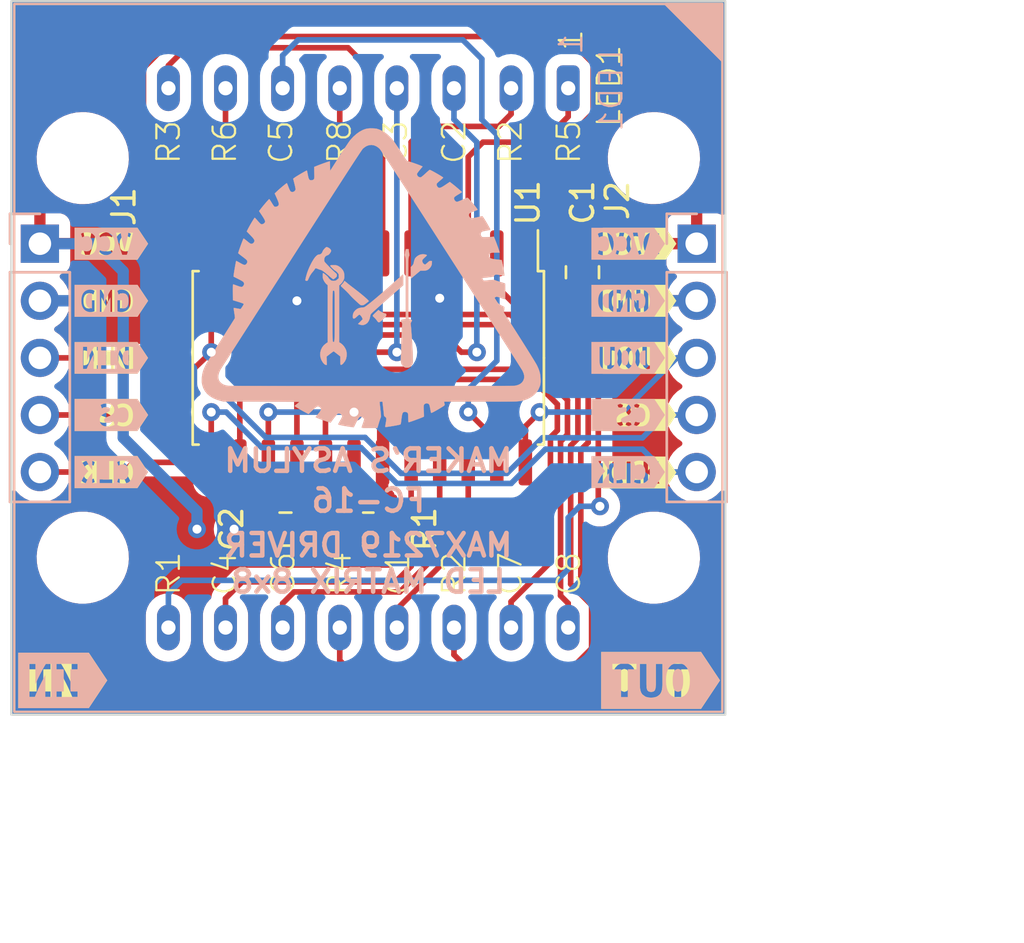
<source format=kicad_pcb>
(kicad_pcb (version 20221018) (generator pcbnew)
  (layers (0 "F.Cu" signal) (31 "B.Cu" signal) (36 "B.SilkS" user "B.Silkscreen") (37 "F.SilkS" user "F.Silkscreen") (38 "B.Mask" user) (39 "F.Mask" user) (44 "Edge.Cuts" user))
  (net 0 "")
  (net 1 "/VCC")
  (net 2 "/GND")
  (net 3 "/DIN")
  (net 4 "/CS")
  (net 5 "/CLK")
  (net 6 "/DOUT")
  (net 7 "/ISET")
  (net 8 "Net-(LED1-R5)")
  (net 9 "Net-(LED1-R7)")
  (net 10 "Net-(LED1-C2)")
  (net 11 "Net-(LED1-C3)")
  (net 12 "Net-(LED1-R8)")
  (net 13 "Net-(LED1-C5)")
  (net 14 "Net-(LED1-R6)")
  (net 15 "Net-(LED1-R3)")
  (net 16 "Net-(LED1-R1)")
  (net 17 "Net-(LED1-C4)")
  (net 18 "Net-(LED1-C6)")
  (net 19 "Net-(LED1-R4)")
  (net 20 "Net-(LED1-C1)")
  (net 21 "Net-(LED1-R2)")
  (net 22 "Net-(LED1-C7)")
  (net 23 "Net-(LED1-C8)")
  (footprint "FC-16:C_0805_2012Metric" (layer "F.Cu") (at 60.325 46.99 -90)
    (fp_text reference "C1" (at -3.1 0 90) (layer "F.SilkS"))
    (fp_text value "10uF")
    (pad "1" smd roundrect (at -0.95 0 270) (size 1 1.45) (layers "F.Cu" "F.Paste" "F.Mask") (net 1 "/VCC"))
    (pad "2" smd roundrect (at 0.95 0 270) (size 1 1.45) (layers "F.Cu" "F.Paste" "F.Mask") (net 2 "/GND"))
  )
  (footprint "FC-16:8x8_LED_M1088ASR" (layer "F.Cu") (at 50.8 50.8 180)
    (fp_text reference "LED1" (at -10.7 12.1 90 unlocked) (layer "F.SilkS") (effects (font (thickness 0.1))))
    (fp_text value "1088AS")
    (fp_text user "${REFERENCE}" (at -10.8 11.9 90 unlocked) (layer "B.SilkS") (effects (font (thickness 0.1)) (justify mirror)))
    (fp_text user "1" (at -9.6 14.5 90 unlocked) (layer "B.SilkS") (effects (font (thickness 0.1)) (justify left bottom mirror)))
    (fp_text user "R3" (at 8.3 9.6 90 unlocked) (layer "F.SilkS") (effects (font (thickness 0.1)) (justify bottom)))
    (fp_text user "C3" (at -1.8 9.6 90 unlocked) (layer "F.SilkS") (effects (font (thickness 0.1)) (justify bottom)))
    (fp_text user "C4" (at 5.8 -9.6 90 unlocked) (layer "F.SilkS") (effects (font (thickness 0.1)) (justify bottom)))
    (fp_text user "R4" (at 0.7 -9.6 90 unlocked) (layer "F.SilkS") (effects (font (thickness 0.1)) (justify bottom)))
    (fp_text user "R5" (at -9.5 9.6 90 unlocked) (layer "F.SilkS") (effects (font (thickness 0.1)) (justify bottom)))
    (fp_text user "C2" (at -4.4 9.6 90 unlocked) (layer "F.SilkS") (effects (font (thickness 0.1)) (justify bottom)))
    (fp_text user "C5" (at 3.3 9.6 90 unlocked) (layer "F.SilkS") (effects (font (thickness 0.1)) (justify bottom)))
    (fp_text user "R6" (at 5.8 9.6 90 unlocked) (layer "F.SilkS") (effects (font (thickness 0.1)) (justify bottom)))
    (fp_text user "R2" (at -6.9 9.6 90 unlocked) (layer "F.SilkS") (effects (font (thickness 0.1)) (justify bottom)))
    (fp_text user "1" (at -9.6 13.6 90 unlocked) (layer "F.SilkS") (effects (font (thickness 0.1)) (justify left bottom)))
    (fp_text user "C8" (at -9.5 -9.6 90 unlocked) (layer "F.SilkS") (effects (font (thickness 0.1)) (justify bottom)))
    (fp_text user "R1" (at 8.3 -9.6 90 unlocked) (layer "F.SilkS") (effects (font (thickness 0.1)) (justify bottom)))
    (fp_text user "R8" (at 0.7 9.6 90 unlocked) (layer "F.SilkS") (effects (font (thickness 0.1)) (justify bottom)))
    (fp_text user "C7" (at -6.9 -9.6 90 unlocked) (layer "F.SilkS") (effects (font (thickness 0.1)) (justify bottom)))
    (fp_text user "C1" (at -1.9 -9.6 90 unlocked) (layer "F.SilkS") (effects (font (thickness 0.1)) (justify bottom)))
    (fp_text user "R2" (at -4.4 -9.6 90 unlocked) (layer "F.SilkS") (effects (font (thickness 0.1)) (justify bottom)))
    (fp_text user "C6" (at 3.2 -9.6 90 unlocked) (layer "F.SilkS") (effects (font (thickness 0.1)) (justify bottom)))
    (pad "1" thru_hole roundrect (at -8.89 12 180) (size 1.016 2.032) (drill 0.635) (layers "*.Cu" "*.Mask") (net 8 "Net-(LED1-R5)"))
    (pad "2" thru_hole oval (at -6.35 12 180) (size 1.016 2.032) (drill 0.635) (layers "*.Cu" "*.Mask") (net 9 "Net-(LED1-R7)"))
    (pad "3" thru_hole oval (at -3.81 12 180) (size 1.016 2.032) (drill 0.635) (layers "*.Cu" "*.Mask") (net 10 "Net-(LED1-C2)"))
    (pad "4" thru_hole oval (at -1.27 12 180) (size 1.016 2.032) (drill 0.635) (layers "*.Cu" "*.Mask") (net 11 "Net-(LED1-C3)"))
    (pad "5" thru_hole oval (at 1.27 12 180) (size 1.016 2.032) (drill 0.635) (layers "*.Cu" "*.Mask") (net 12 "Net-(LED1-R8)"))
    (pad "6" thru_hole oval (at 3.81 12 180) (size 1.016 2.032) (drill 0.635) (layers "*.Cu" "*.Mask") (net 13 "Net-(LED1-C5)"))
    (pad "7" thru_hole oval (at 6.35 12 180) (size 1.016 2.032) (drill 0.635) (layers "*.Cu" "*.Mask") (net 14 "Net-(LED1-R6)"))
    (pad "8" thru_hole oval (at 8.89 12 180) (size 1.016 2.032) (drill 0.635) (layers "*.Cu" "*.Mask") (net 15 "Net-(LED1-R3)"))
    (pad "9" thru_hole oval (at 8.89 -12 180) (size 1.016 2.032) (drill 0.635) (layers "*.Cu" "*.Mask") (net 16 "Net-(LED1-R1)"))
    (pad "10" thru_hole oval (at 6.35 -12 180) (size 1.016 2.032) (drill 0.635) (layers "*.Cu" "*.Mask") (net 17 "Net-(LED1-C4)"))
    (pad "11" thru_hole oval (at 3.81 -12 180) (size 1.016 2.032) (drill 0.635) (layers "*.Cu" "*.Mask") (net 18 "Net-(LED1-C6)"))
    (pad "12" thru_hole oval (at 1.27 -12 180) (size 1.016 2.032) (drill 0.635) (layers "*.Cu" "*.Mask") (net 19 "Net-(LED1-R4)"))
    (pad "13" thru_hole oval (at -1.27 -12 180) (size 1.016 2.032) (drill 0.635) (layers "*.Cu" "*.Mask") (net 20 "Net-(LED1-C1)"))
    (pad "14" thru_hole oval (at -3.81 -12 180) (size 1.016 2.032) (drill 0.635) (layers "*.Cu" "*.Mask") (net 21 "Net-(LED1-R2)"))
    (pad "15" thru_hole oval (at -6.35 -12 180) (size 1.016 2.032) (drill 0.635) (layers "*.Cu" "*.Mask") (net 22 "Net-(LED1-C7)"))
    (pad "16" thru_hole oval (at -8.89 -12 180) (size 1.016 2.032) (drill 0.635) (layers "*.Cu" "*.Mask") (net 23 "Net-(LED1-C8)"))
  )
  (footprint "FC-16:R_0805_2012Metric" (layer "F.Cu") (at 50.8 58.42 180)
    (fp_text reference "R1" (at -2.5 0 90) (layer "F.SilkS"))
    (fp_text value "47k")
    (pad "1" smd roundrect (at -0.9125 0 180) (size 1.025 1.4) (layers "F.Cu" "F.Paste" "F.Mask") (roundrect_rratio 0.243902) (net 1 "/VCC"))
    (pad "2" smd roundrect (at 0.9125 0 180) (size 1.025 1.4) (layers "F.Cu" "F.Paste" "F.Mask") (roundrect_rratio 0.243902) (net 7 "/ISET"))
  )
  (footprint "FC-16:kibuzzard-6458C08C" (layer "F.Cu") (at 62.86574 45.72062)
    (fp_text reference "kibuzzard-6458C08C" hide)
    (fp_text value "G***" hide)
  )
  (footprint "FC-16:kibuzzard-6458C07B" (layer "F.Cu") (at 39.37074 50.80062)
    (fp_text reference "kibuzzard-6458C07B" hide)
    (fp_text value "G***" hide)
  )
  (footprint "FC-16:kibuzzard-6458C097" (layer "F.Cu") (at 62.86574 50.80062)
    (fp_text reference "kibuzzard-6458C097" hide)
    (fp_text value "G***" hide)
  )
  (footprint "FC-16:kibuzzard-6458C09F" (layer "F.Cu") (at 62.86574 53.34062)
    (fp_text reference "kibuzzard-6458C09F" hide)
    (fp_text value "G***" hide)
  )
  (footprint "FC-16:MountingHole_2.1mm" (layer "F.Cu") (at 38.10074 41.91062)
    (fp_text reference "H2" hide)
    (fp_text value "MountingHole" hide)
    (pad "" np_thru_hole circle (at 0 0) (size 2.1 2.1) (drill 2.1) (layers "F&B.Cu" "*.Mask") (clearance 1))
  )
  (footprint "FC-16:kibuzzard-6458C092" (layer "F.Cu") (at 62.86574 48.26062)
    (fp_text reference "kibuzzard-6458C092" hide)
    (fp_text value "G***" hide)
  )
  (footprint "FC-16:kibuzzard-6458BD8D" (layer "F.Cu") (at 63.80074 65.15162)
    (fp_text reference "kibuzzard-6458BD8D" hide)
    (fp_text value "G***" hide)
  )
  (footprint "FC-16:MountingHole_2.1mm" (layer "F.Cu") (at 38.10074 59.69062)
    (fp_text reference "H4" hide)
    (fp_text value "MountingHole" hide)
    (pad "" np_thru_hole circle (at 0 0) (size 2.1 2.1) (drill 2.1) (layers "F&B.Cu" "*.Mask") (clearance 1))
  )
  (footprint "FC-16:MountingHole_2.1mm" (layer "F.Cu") (at 63.50074 59.69062)
    (fp_text reference "H3" hide)
    (fp_text value "MountingHole" hide)
    (pad "" np_thru_hole circle (at 0 0) (size 2.1 2.1) (drill 2.1) (layers "F&B.Cu" "*.Mask") (clearance 1))
  )
  (footprint "FC-16:kibuzzard-6458C0A5" (layer "F.Cu") (at 62.86574 55.90062)
    (fp_text reference "kibuzzard-6458C0A5" hide)
    (fp_text value "G***" hide)
  )
  (footprint "FC-16:SOIC-24W_7.5x15.4mm_P1.27mm" (layer "F.Cu") (at 50.8 50.8 -90)
    (fp_text reference "U1" (at -6.9 -7.1 90) (layer "F.SilkS"))
    (fp_text value "MAX7221xWG")
    (pad "1" smd roundrect (at -4.65 -6.985 270) (size 2.05 0.6) (layers "F.Cu" "F.Paste" "F.Mask") (net 3 "/DIN"))
    (pad "2" smd roundrect (at -4.65 -5.715 270) (size 2.05 0.6) (layers "F.Cu" "F.Paste" "F.Mask") (net 16 "Net-(LED1-R1)"))
    (pad "3" smd roundrect (at -4.65 -4.445 270) (size 2.05 0.6) (layers "F.Cu" "F.Paste" "F.Mask") (net 8 "Net-(LED1-R5)"))
    (pad "4" smd roundrect (at -4.65 -3.175 270) (size 2.05 0.6) (layers "F.Cu" "F.Paste" "F.Mask") (net 2 "/GND"))
    (pad "5" smd roundrect (at -4.65 -1.905 270) (size 2.05 0.6) (layers "F.Cu" "F.Paste" "F.Mask") (net 9 "Net-(LED1-R7)"))
    (pad "6" smd roundrect (at -4.65 -0.635 270) (size 2.05 0.6) (layers "F.Cu" "F.Paste" "F.Mask") (net 15 "Net-(LED1-R3)"))
    (pad "7" smd roundrect (at -4.65 0.635 270) (size 2.05 0.6) (layers "F.Cu" "F.Paste" "F.Mask") (net 19 "Net-(LED1-R4)"))
    (pad "8" smd roundrect (at -4.65 1.905 270) (size 2.05 0.6) (layers "F.Cu" "F.Paste" "F.Mask") (net 12 "Net-(LED1-R8)"))
    (pad "9" smd roundrect (at -4.65 3.175 270) (size 2.05 0.6) (layers "F.Cu" "F.Paste" "F.Mask") (net 2 "/GND"))
    (pad "10" smd roundrect (at -4.65 4.445 270) (size 2.05 0.6) (layers "F.Cu" "F.Paste" "F.Mask") (net 14 "Net-(LED1-R6)"))
    (pad "11" smd roundrect (at -4.65 5.715 270) (size 2.05 0.6) (layers "F.Cu" "F.Paste" "F.Mask") (net 21 "Net-(LED1-R2)"))
    (pad "12" smd roundrect (at -4.65 6.985 270) (size 2.05 0.6) (layers "F.Cu" "F.Paste" "F.Mask") (net 4 "/CS"))
    (pad "13" smd roundrect (at 4.65 6.985 270) (size 2.05 0.6) (layers "F.Cu" "F.Paste" "F.Mask") (net 5 "/CLK"))
    (pad "14" smd roundrect (at 4.65 5.715 270) (size 2.05 0.6) (layers "F.Cu" "F.Paste" "F.Mask") (net 10 "Net-(LED1-C2)"))
    (pad "15" smd roundrect (at 4.65 4.445 270) (size 2.05 0.6) (layers "F.Cu" "F.Paste" "F.Mask") (net 22 "Net-(LED1-C7)"))
    (pad "16" smd roundrect (at 4.65 3.175 270) (size 2.05 0.6) (layers "F.Cu" "F.Paste" "F.Mask") (net 11 "Net-(LED1-C3)"))
    (pad "17" smd roundrect (at 4.65 1.905 270) (size 2.05 0.6) (layers "F.Cu" "F.Paste" "F.Mask") (net 23 "Net-(LED1-C8)"))
    (pad "18" smd roundrect (at 4.65 0.635 270) (size 2.05 0.6) (layers "F.Cu" "F.Paste" "F.Mask") (net 7 "/ISET"))
    (pad "19" smd roundrect (at 4.65 -0.635 270) (size 2.05 0.6) (layers "F.Cu" "F.Paste" "F.Mask") (net 1 "/VCC"))
    (pad "20" smd roundrect (at 4.65 -1.905 270) (size 2.05 0.6) (layers "F.Cu" "F.Paste" "F.Mask") (net 17 "Net-(LED1-C4)"))
    (pad "21" smd roundrect (at 4.65 -3.175 270) (size 2.05 0.6) (layers "F.Cu" "F.Paste" "F.Mask") (net 18 "Net-(LED1-C6)"))
    (pad "22" smd roundrect (at 4.65 -4.445 270) (size 2.05 0.6) (layers "F.Cu" "F.Paste" "F.Mask") (net 20 "Net-(LED1-C1)"))
    (pad "23" smd roundrect (at 4.65 -5.715 270) (size 2.05 0.6) (layers "F.Cu" "F.Paste" "F.Mask") (net 13 "Net-(LED1-C5)"))
    (pad "24" smd roundrect (at 4.65 -6.985 270) (size 2.05 0.6) (layers "F.Cu" "F.Paste" "F.Mask") (net 6 "/DOUT"))
  )
  (footprint "FC-16:kibuzzard-6458C067" (layer "F.Cu") (at 39.37074 45.72062)
    (fp_text reference "kibuzzard-6458C067" hide)
    (fp_text value "G***" hide)
  )
  (footprint "FC-16:kibuzzard-6458C083" (layer "F.Cu") (at 39.37074 55.88062)
    (fp_text reference "kibuzzard-6458C083" hide)
    (fp_text value "G***" hide)
  )
  (footprint "FC-16:MountingHole_2.1mm" (layer "F.Cu") (at 63.50074 41.91062)
    (fp_text reference "H1" hide)
    (fp_text value "MountingHole" hide)
    (pad "" np_thru_hole circle (at 0 0) (size 2.1 2.1) (drill 2.1) (layers "F&B.Cu" "*.Mask") (clearance 1))
  )
  (footprint "FC-16:kibuzzard-6458C074" (layer "F.Cu") (at 39.37074 48.26062)
    (fp_text reference "kibuzzard-6458C074" hide)
    (fp_text value "G***" hide)
  )
  (footprint "FC-16:kibuzzard-6458C03B" (layer "F.Cu") (at 39.37074 53.34062)
    (fp_text reference "kibuzzard-6458C03B" hide)
    (fp_text value "G***" hide)
  )
  (footprint "FC-16:kibuzzard-6458BD81" (layer "F.Cu") (at 37.21174 65.15162)
    (fp_text reference "kibuzzard-6458BD81" hide)
    (fp_text value "G***" hide)
  )
  (footprint "FC-16:C_0805_2012Metric" (layer "F.Cu") (at 47.117 58.42 180)
    (fp_text reference "C2" (at 2.4 0 90) (layer "F.SilkS"))
    (fp_text value "100nF")
    (pad "1" smd roundrect (at -0.95 0 180) (size 1 1.45) (layers "F.Cu" "F.Paste" "F.Mask") (net 1 "/VCC"))
    (pad "2" smd roundrect (at 0.95 0 180) (size 1 1.45) (layers "F.Cu" "F.Paste" "F.Mask") (net 2 "/GND"))
  )
  (footprint "FC-16:PinSocket_1x05_P2.54mm_Vertical" (layer "B.Cu") (at 36.195 45.72 180)
    (fp_text reference "J1" (at -3.73 1.65 90) (layer "F.SilkS"))
    (fp_text value "DIN")
    (pad "1" thru_hole rect (at 0 0 180) (size 1.7 1.7) (drill 1) (layers "*.Cu" "*.Mask") (net 1 "/VCC"))
    (pad "2" thru_hole oval (at 0 -2.54 180) (size 1.7 1.7) (drill 1) (layers "*.Cu" "*.Mask") (net 2 "/GND"))
    (pad "3" thru_hole oval (at 0 -5.08 180) (size 1.7 1.7) (drill 1) (layers "*.Cu" "*.Mask") (net 3 "/DIN"))
    (pad "4" thru_hole oval (at 0 -7.62 180) (size 1.7 1.7) (drill 1) (layers "*.Cu" "*.Mask") (net 4 "/CS"))
    (pad "5" thru_hole oval (at 0 -10.16 180) (size 1.7 1.7) (drill 1) (layers "*.Cu" "*.Mask") (net 5 "/CLK"))
  )
  (footprint "FC-16:kibuzzard-6458C17F" (layer "B.Cu") (at 37.21174 65.15162 180)
    (fp_text reference "kibuzzard-6458C17F" hide)
    (fp_text value "G***" hide)
  )
  (footprint "FC-16:kibuzzard-6458C1F6" (layer "B.Cu") (at 39.37074 48.26062 180)
    (fp_text reference "kibuzzard-6458C1F6" hide)
    (fp_text value "G***" hide)
  )
  (footprint "FC-16:kibuzzard-6458C1FE" (layer "B.Cu") (at 39.37074 45.72 180)
    (fp_text reference "kibuzzard-6458C1FE" hide)
    (fp_text value "G***" hide)
  )
  (footprint "FC-16:kibuzzard-6458C1A5" (layer "B.Cu") (at 62.35774 45.72 180)
    (fp_text reference "kibuzzard-6458C1A5" hide)
    (fp_text value "G***" hide)
  )
  (footprint "FC-16:kibuzzard-6458C1DE" (layer "B.Cu") (at 39.37074 55.88062 180)
    (fp_text reference "kibuzzard-6458C1DE" hide)
    (fp_text value "G***" hide)
  )
  (footprint "FC-16:kibuzzard-6458C1CB" (layer "B.Cu") (at 62.35774 53.34062 180)
    (fp_text reference "kibuzzard-6458C1CB" hide)
    (fp_text value "G***" hide)
  )
  (footprint "FC-16:kibuzzard-6458C1BA" (layer "B.Cu") (at 62.35774 48.26062 180)
    (fp_text reference "kibuzzard-6458C1BA" hide)
    (fp_text value "G***" hide)
  )
  (footprint "FC-16:kibuzzard-6458C1D4" (layer "B.Cu") (at 62.35774 55.88062 180)
    (fp_text reference "kibuzzard-6458C1D4" hide)
    (fp_text value "G***" hide)
  )
  (footprint "FC-16:kibuzzard-6458C1EF" (layer "B.Cu") (at 39.37074 50.80062 180)
    (fp_text reference "kibuzzard-6458C1EF" hide)
    (fp_text value "G***" hide)
  )
  (footprint "FC-16:kibuzzard-6458C228" (layer "B.Cu") (at 62.35774 50.80062 180)
    (fp_text reference "kibuzzard-6458C228" hide)
    (fp_text value "G***" hide)
  )
  (footprint "FC-16:PinSocket_1x05_P2.54mm_Vertical" (layer "B.Cu") (at 65.405 45.72 180)
    (fp_text reference "J2" (at 3.53 1.92 90) (layer "F.SilkS"))
    (fp_text value "DOUT")
    (pad "1" thru_hole rect (at 0 0 180) (size 1.7 1.7) (drill 1) (layers "*.Cu" "*.Mask") (net 1 "/VCC"))
    (pad "2" thru_hole oval (at 0 -2.54 180) (size 1.7 1.7) (drill 1) (layers "*.Cu" "*.Mask") (net 2 "/GND"))
    (pad "3" thru_hole oval (at 0 -5.08 180) (size 1.7 1.7) (drill 1) (layers "*.Cu" "*.Mask") (net 6 "/DOUT"))
    (pad "4" thru_hole oval (at 0 -7.62 180) (size 1.7 1.7) (drill 1) (layers "*.Cu" "*.Mask") (net 4 "/CS"))
    (pad "5" thru_hole oval (at 0 -10.16 180) (size 1.7 1.7) (drill 1) (layers "*.Cu" "*.Mask") (net 5 "/CLK"))
  )
  (footprint "FC-16:MA_LOGO" (layer "B.Cu") (at 50.92774 47.24462 180)
    (fp_text reference "G***" hide)
    (fp_text value "MA_LOGO" hide)
  )
  (footprint "FC-16:kibuzzard-6458C190" (layer "B.Cu") (at 63.80074 65.15162 180)
    (fp_text reference "kibuzzard-6458C190" hide)
    (fp_text value "G***" hide)
  )
  (footprint "FC-16:kibuzzard-6458C1E6" (layer "B.Cu") (at 39.37074 53.34062 180)
    (fp_text reference "kibuzzard-6458C1E6" hide)
    (fp_text value "G***" hide)
  )
  (gr_rect (start 34.925 34.925) (end 66.675 66.675) (stroke (width 0.1)) (fill none) (layer "Edge.Cuts"))
  (gr_text "MAX7219 DRIVER\nLED MATRIX 8x8" (at 50.80074 59.94462) (layer "B.SilkS") (effects (font (size 1 1) (thickness 0.2) bold) (justify mirror)))
  (gr_text "MAKER'S ASYLUM" (at 50.80074 55.37262) (layer "B.SilkS") (effects (font (size 1 1) (thickness 0.2) bold) (justify mirror)))
  (gr_text "FC-16" (at 50.80074 57.15062) (layer "B.SilkS") (effects (font (size 1 1) (thickness 0.2) bold) (justify mirror)))
  (segment (start 43.18074 59.30962) (end 43.72174 59.85062) (width 0.5) (layer "F.Cu") (net 1))
  (segment (start 40.25974 65.27862) (end 41.18174 66.20062) (width 0.5) (layer "F.Cu") (net 1))
  (segment (start 43.18074 58.42062) (end 43.18074 59.30962) (width 0.5) (layer "F.Cu") (net 1))
  (segment (start 43.18074 58.42062) (end 41.83454 58.42062) (width 0.5) (layer "F.Cu") (net 1))
  (segment (start 40.25974 61.34162) (end 40.25974 65.27862) (width 0.5) (layer "F.Cu") (net 1))
  (segment (start 60.325 46.04) (end 60.325 41.75336) (width 0.5) (layer "F.Cu") (net 1))
  (segment (start 60.325 41.75336) (end 61.72274 40.35562) (width 0.5) (layer "F.Cu") (net 1))
  (segment (start 48.067 59.78388) (end 48.13374 59.85062) (width 0.5) (layer "F.Cu") (net 1))
  (segment (start 51.7125 59.41386) (end 51.7125 58.42) (width 0.5) (layer "F.Cu") (net 1))
  (segment (start 51.7125 56.91938) (end 51.7125 58.42) (width 0.5) (layer "F.Cu") (net 1))
  (segment (start 59.16136 46.04) (end 60.325 46.04) (width 0.5) (layer "F.Cu") (net 1))
  (segment (start 43.72174 59.85062) (end 48.13374 59.85062) (width 0.5) (layer "F.Cu") (net 1))
  (segment (start 41.83454 58.42062) (end 41.14874 59.10642) (width 0.5) (layer "F.Cu") (net 1))
  (segment (start 39.62474 40.05642) (end 40.64074 41.07242) (width 0.5) (layer "F.Cu") (net 1))
  (segment (start 41.14874 59.10642) (end 41.14874 60.45262) (width 0.5) (layer "F.Cu") (net 1))
  (segment (start 60.03374 35.43362) (end 41.76774 35.43362) (width 0.5) (layer "F.Cu") (net 1))
  (segment (start 51.27574 59.85062) (end 51.7125 59.41386) (width 0.5) (layer "F.Cu") (net 1))
  (segment (start 60.90234 66.20062) (end 66.06614 61.03682) (width 0.5) (layer "F.Cu") (net 1))
  (segment (start 41.14874 60.45262) (end 40.25974 61.34162) (width 0.5) (layer "F.Cu") (net 1))
  (segment (start 48.13374 59.85062) (end 51.27574 59.85062) (width 0.5) (layer "F.Cu") (net 1))
  (segment (start 40.64074 43.81562) (end 38.73636 45.72) (width 0.5) (layer "F.Cu") (net 1))
  (segment (start 61.96404 49.39092) (end 59.55104 49.39092) (width 0.5) (layer "F.Cu") (net 1))
  (segment (start 41.18174 66.20062) (end 60.90234 66.20062) (width 0.5) (layer "F.Cu") (net 1))
  (segment (start 38.73636 45.72) (end 36.195 45.72) (width 0.5) (layer "F.Cu") (net 1))
  (segment (start 51.435 56.64188) (end 51.7125 56.91938) (width 0.5) (layer "F.Cu") (net 1))
  (segment (start 40.64074 41.07242) (end 40.64074 43.81562) (width 0.5) (layer "F.Cu") (net 1))
  (segment (start 61.72274 37.12262) (end 60.03374 35.43362) (width 0.5) (layer "F.Cu") (net 1))
  (segment (start 48.067 58.42) (end 48.067 59.78388) (width 0.5) (layer "F.Cu") (net 1))
  (segment (start 66.06614 61.03682) (end 66.06614 58.87782) (width 0.5) (layer "F.Cu") (net 1))
  (segment (start 65.405 45.72) (end 62.48536 45.72) (width 0.5) (layer "F.Cu") (net 1))
  (segment (start 66.06614 58.87782) (end 63.09434 55.90602) (width 0.5) (layer "F.Cu") (net 1))
  (segment (start 61.72274 40.35562) (end 61.72274 37.12262) (width 0.5) (layer "F.Cu") (net 1))
  (segment (start 51.435 55.45) (end 51.435 56.64188) (width 0.5) (layer "F.Cu") (net 1))
  (segment (start 59.55104 49.39092) (end 58.80074 48.64062) (width 0.5) (layer "F.Cu") (net 1))
  (segment (start 62.48536 45.72) (end 62.16536 46.04) (width 0.5) (layer "F.Cu") (net 1))
  (segment (start 63.09434 55.90602) (end 63.09434 50.52122) (width 0.5) (layer "F.Cu") (net 1))
  (segment (start 58.80074 48.64062) (end 58.80074 46.40062) (width 0.5) (layer "F.Cu") (net 1))
  (segment (start 58.80074 46.40062) (end 59.16136 46.04) (width 0.5) (layer "F.Cu") (net 1))
  (segment (start 62.16536 46.04) (end 60.325 46.04) (width 0.5) (layer "F.Cu") (net 1))
  (segment (start 39.62474 37.57662) (end 39.62474 40.05642) (width 0.5) (layer "F.Cu") (net 1))
  (segment (start 63.09434 50.52122) (end 61.96404 49.39092) (width 0.5) (layer "F.Cu") (net 1))
  (segment (start 41.76774 35.43362) (end 39.62474 37.57662) (width 0.5) (layer "F.Cu") (net 1))
  (via (at 43.18074 58.42062) (size 0.8) (drill 0.4) (layers "F.Cu" "B.Cu") (net 1))
  (segment (start 39.90074 54.35062) (end 39.90074 46.95062) (width 0.5) (layer "B.Cu") (net 1))
  (segment (start 39.90074 46.95062) (end 38.67012 45.72) (width 0.5) (layer "B.Cu") (net 1))
  (segment (start 38.67012 45.72) (end 36.195 45.72) (width 0.5) (layer "B.Cu") (net 1))
  (segment (start 43.18074 58.42062) (end 43.18074 57.63062) (width 0.5) (layer "B.Cu") (net 1))
  (segment (start 43.18074 57.63062) (end 39.90074 54.35062) (width 0.5) (layer "B.Cu") (net 1))
  (segment (start 53.975 46.15) (end 53.975 48.14538) (width 0.5) (layer "F.Cu") (net 2))
  (segment (start 46.167 58.42) (end 44.83236 58.42) (width 0.5) (layer "F.Cu") (net 2))
  (segment (start 47.625 48.25988) (end 47.62574 48.26062) (width 0.5) (layer "F.Cu") (net 2))
  (segment (start 44.83236 58.42) (end 44.83174 58.42062) (width 0.5) (layer "F.Cu") (net 2))
  (segment (start 53.975 48.14538) (end 53.97574 48.14612) (width 0.5) (layer "F.Cu") (net 2))
  (segment (start 47.625 46.15) (end 47.625 48.25988) (width 0.5) (layer "F.Cu") (net 2))
  (segment (start 62.16412 47.94) (end 60.325 47.94) (width 0.5) (layer "F.Cu") (net 2))
  (segment (start 65.405 48.26) (end 62.48412 48.26) (width 0.5) (layer "F.Cu") (net 2))
  (segment (start 62.48412 48.26) (end 62.16412 47.94) (width 0.5) (layer "F.Cu") (net 2))
  (via (at 53.97574 48.14612) (size 0.8) (drill 0.4) (layers "F.Cu" "B.Cu") (net 2))
  (via (at 44.83174 58.42062) (size 0.8) (drill 0.4) (layers "F.Cu" "B.Cu") (net 2))
  (via (at 47.62574 48.26062) (size 0.8) (drill 0.4) (layers "F.Cu" "B.Cu") (net 2))
  (segment (start 38.52574 56.17862) (end 38.52574 49.10562) (width 0.5) (layer "B.Cu") (net 2))
  (segment (start 44.83174 59.26962) (end 44.30074 59.80062) (width 0.5) (layer "B.Cu") (net 2))
  (segment (start 40.38674 39.87862) (end 40.38674 36.57662) (width 0.5) (layer "B.Cu") (net 2))
  (segment (start 46.70074 41.07562) (end 41.58374 41.07562) (width 0.5) (layer "B.Cu") (net 2))
  (segment (start 44.83174 56.68162) (end 41.60074 53.45062) (width 0.5) (layer "B.Cu") (net 2))
  (segment (start 44.30074 59.80062) (end 42.14774 59.80062) (width 0.5) (layer "B.Cu") (net 2))
  (segment (start 47.36574 48.00062) (end 47.62574 48.26062) (width 0.5) (layer "B.Cu") (net 2))
  (segment (start 42.14774 59.80062) (end 38.52574 56.17862) (width 0.5) (layer "B.Cu") (net 2))
  (segment (start 41.14874 35.81462) (end 60.11474 35.81462) (width 0.5) (layer "B.Cu") (net 2))
  (segment (start 60.11474 35.81462) (end 60.96074 36.66062) (width 0.5) (layer "B.Cu") (net 2))
  (segment (start 47.62574 51.00062) (end 47.62574 48.26062) (width 0.5) (layer "B.Cu") (net 2))
  (segment (start 53.97574 51.17562) (end 53.32574 51.82562) (width 0.5) (layer "B.Cu") (net 2))
  (segment (start 36.195 48.26) (end 37.68012 48.26) (width 0.5) (layer "B.Cu") (net 2))
  (segment (start 62.36012 48.26) (end 65.405 48.26) (width 0.5) (layer "B.Cu") (net 2))
  (segment (start 41.60074 48.80062) (end 42.40074 48.00062) (width 0.5) (layer "B.Cu") (net 2))
  (segment (start 60.96074 36.66062) (end 60.96074 46.86062) (width 0.5) (layer "B.Cu") (net 2))
  (segment (start 47.62574 42.00062) (end 46.70074 41.07562) (width 0.5) (layer "B.Cu") (net 2))
  (segment (start 47.62574 48.26062) (end 47.62574 42.00062) (width 0.5) (layer "B.Cu") (net 2))
  (segment (start 41.58374 41.07562) (end 40.38674 39.87862) (width 0.5) (layer "B.Cu") (net 2))
  (segment (start 60.96074 46.86062) (end 62.36012 48.26) (width 0.5) (layer "B.Cu") (net 2))
  (segment (start 40.38674 36.57662) (end 41.14874 35.81462) (width 0.5) (layer "B.Cu") (net 2))
  (segment (start 42.40074 48.00062) (end 47.36574 48.00062) (width 0.5) (layer "B.Cu") (net 2))
  (segment (start 53.32574 51.82562) (end 48.45074 51.82562) (width 0.5) (layer "B.Cu") (net 2))
  (segment (start 41.60074 53.45062) (end 41.60074 48.80062) (width 0.5) (layer "B.Cu") (net 2))
  (segment (start 44.83174 58.42062) (end 44.83174 59.26962) (width 0.5) (layer "B.Cu") (net 2))
  (segment (start 44.83174 58.42062) (end 44.83174 56.68162) (width 0.5) (layer "B.Cu") (net 2))
  (segment (start 48.45074 51.82562) (end 47.62574 51.00062) (width 0.5) (layer "B.Cu") (net 2))
  (segment (start 53.97574 48.14612) (end 53.97574 51.17562) (width 0.5) (layer "B.Cu") (net 2))
  (segment (start 37.68012 48.26) (end 38.52574 49.10562) (width 0.5) (layer "B.Cu") (net 2))
  (segment (start 36.195 50.8) (end 41.80136 50.8) (width 0.25) (layer "F.Cu") (net 3))
  (segment (start 57.785 42.91636) (end 60.80074 39.90062) (width 0.25) (layer "F.Cu") (net 3))
  (segment (start 40.80074 37.90062) (end 40.80074 39.80062) (width 0.25) (layer "F.Cu") (net 3))
  (segment (start 57.785 46.15) (end 57.785 42.91636) (width 0.25) (layer "F.Cu") (net 3))
  (segment (start 60.80074 37.70062) (end 59.60074 36.50062) (width 0.25) (layer "F.Cu") (net 3))
  (segment (start 60.80074 39.90062) (end 60.80074 37.70062) (width 0.25) (layer "F.Cu") (net 3))
  (segment (start 40.80074 39.80062) (end 42.50074 41.50062) (width 0.25) (layer "F.Cu") (net 3))
  (segment (start 59.60074 36.50062) (end 42.20074 36.50062) (width 0.25) (layer "F.Cu") (net 3))
  (segment (start 42.50074 41.50062) (end 42.50074 50.10062) (width 0.25) (layer "F.Cu") (net 3))
  (segment (start 42.20074 36.50062) (end 40.80074 37.90062) (width 0.25) (layer "F.Cu") (net 3))
  (segment (start 41.80136 50.8) (end 42.50074 50.10062) (width 0.25) (layer "F.Cu") (net 3))
  (segment (start 43.81574 50.54662) (end 43.815 50.29188) (width 0.25) (layer "F.Cu") (net 4))
  (segment (start 40.87636 53.34) (end 36.195 53.34) (width 0.25) (layer "F.Cu") (net 4))
  (segment (start 43.815 50.29188) (end 43.815 46.15) (width 0.25) (layer "F.Cu") (net 4))
  (segment (start 43.81574 50.54662) (end 40.87636 53.34) (width 0.25) (layer "F.Cu") (net 4))
  (via (at 43.81574 50.54662) (size 0.8) (drill 0.4) (layers "F.Cu" "B.Cu") (net 4))
  (segment (start 50.65724 54.34012) (end 46.24524 54.34012) (width 0.25) (layer "B.Cu") (net 4))
  (segment (start 46.24524 54.34012) (end 43.81574 51.91062) (width 0.25) (layer "B.Cu") (net 4))
  (segment (start 64.00874 53.34062) (end 62.99274 54.35662) (width 0.25) (layer "B.Cu") (net 4))
  (segment (start 52.25574 55.93862) (end 50.65724 54.34012) (width 0.25) (layer "B.Cu") (net 4))
  (segment (start 65.40438 53.34062) (end 64.00874 53.34062) (width 0.25) (layer "B.Cu") (net 4))
  (segment (start 43.81574 51.91062) (end 43.81574 50.54662) (width 0.25) (layer "B.Cu") (net 4))
  (segment (start 58.54774 54.35662) (end 56.96574 55.93862) (width 0.25) (layer "B.Cu") (net 4))
  (segment (start 62.99274 54.35662) (end 58.54774 54.35662) (width 0.25) (layer "B.Cu") (net 4))
  (segment (start 56.96574 55.93862) (end 52.25574 55.93862) (width 0.25) (layer "B.Cu") (net 4))
  (segment (start 36.195 55.88) (end 39.92136 55.88) (width 0.25) (layer "F.Cu") (net 5))
  (segment (start 43.815 55.45) (end 40.35136 55.45) (width 0.25) (layer "F.Cu") (net 5))
  (segment (start 43.815 55.45) (end 43.815 53.21436) (width 0.25) (layer "F.Cu") (net 5))
  (segment (start 43.815 53.21436) (end 43.81574 53.21362) (width 0.25) (layer "F.Cu") (net 5))
  (segment (start 40.35136 55.45) (end 39.92136 55.88) (width 0.25) (layer "F.Cu") (net 5))
  (via (at 43.81574 53.21362) (size 0.8) (drill 0.4) (layers "F.Cu" "B.Cu") (net 5))
  (segment (start 46.058844 54.79012) (end 44.482344 53.21362) (width 0.25) (layer "B.Cu") (net 5))
  (segment (start 62.99274 54.86462) (end 58.676136 54.86462) (width 0.25) (layer "B.Cu") (net 5))
  (segment (start 58.676136 54.86462) (end 57.152136 56.38862) (width 0.25) (layer "B.Cu") (net 5))
  (segment (start 64.00812 55.88) (end 62.99274 54.86462) (width 0.25) (layer "B.Cu") (net 5))
  (segment (start 57.152136 56.38862) (end 52.069344 56.38862) (width 0.25) (layer "B.Cu") (net 5))
  (segment (start 44.482344 53.21362) (end 43.81574 53.21362) (width 0.25) (layer "B.Cu") (net 5))
  (segment (start 52.069344 56.38862) (end 50.470844 54.79012) (width 0.25) (layer "B.Cu") (net 5))
  (segment (start 50.470844 54.79012) (end 46.058844 54.79012) (width 0.25) (layer "B.Cu") (net 5))
  (segment (start 65.405 55.88) (end 64.00812 55.88) (width 0.25) (layer "B.Cu") (net 5))
  (segment (start 58.42074 53.21362) (end 57.785 53.84936) (width 0.25) (layer "F.Cu") (net 6))
  (segment (start 57.785 53.84936) (end 57.785 55.45) (width 0.25) (layer "F.Cu") (net 6))
  (via (at 58.42074 53.21362) (size 0.8) (drill 0.4) (layers "F.Cu" "B.Cu") (net 6))
  (segment (start 64.51736 50.8) (end 62.10374 53.21362) (width 0.25) (layer "B.Cu") (net 6))
  (segment (start 65.405 50.8) (end 64.51736 50.8) (width 0.25) (layer "B.Cu") (net 6))
  (segment (start 62.10374 53.21362) (end 58.42074 53.21362) (width 0.25) (layer "B.Cu") (net 6))
  (segment (start 50.165 56.77036) (end 49.8875 57.04786) (width 0.25) (layer "F.Cu") (net 7))
  (segment (start 49.8875 57.04786) (end 49.8875 58.42) (width 0.25) (layer "F.Cu") (net 7))
  (segment (start 50.165 55.45) (end 50.165 56.77036) (width 0.25) (layer "F.Cu") (net 7))
  (segment (start 59.69 38.8) (end 59.69 40.06136) (width 0.25) (layer "F.Cu") (net 8))
  (segment (start 59.69 40.06136) (end 58.55074 41.20062) (width 0.25) (layer "F.Cu") (net 8))
  (segment (start 55.90074 41.20062) (end 58.55074 41.20062) (width 0.25) (layer "F.Cu") (net 8))
  (segment (start 55.245 41.85636) (end 55.90074 41.20062) (width 0.25) (layer "F.Cu") (net 8))
  (segment (start 55.245 46.15) (end 55.245 41.85636) (width 0.25) (layer "F.Cu") (net 8))
  (segment (start 57.15 38.8) (end 57.15 39.95136) (width 0.25) (layer "F.Cu") (net 9))
  (segment (start 53.40074 40.50062) (end 56.60074 40.50062) (width 0.25) (layer "F.Cu") (net 9))
  (segment (start 52.705 41.19636) (end 53.40074 40.50062) (width 0.25) (layer "F.Cu") (net 9))
  (segment (start 52.705 46.15) (end 52.705 41.19636) (width 0.25) (layer "F.Cu") (net 9))
  (segment (start 57.15 39.95136) (end 56.60074 40.50062) (width 0.25) (layer "F.Cu") (net 9))
  (segment (start 54.17474 49.78062) (end 46.47074 49.78062) (width 0.25) (layer "F.Cu") (net 10))
  (segment (start 55.62674 50.54662) (end 54.94074 50.54662) (width 0.25) (layer "F.Cu") (net 10))
  (segment (start 45.08574 51.16562) (end 45.08574 55.45062) (width 0.25) (layer "F.Cu") (net 10))
  (segment (start 54.94074 50.54662) (end 54.17474 49.78062) (width 0.25) (layer "F.Cu") (net 10))
  (segment (start 46.47074 49.78062) (end 45.08574 51.16562) (width 0.25) (layer "F.Cu") (net 10))
  (via (at 55.62674 50.54662) (size 0.8) (drill 0.4) (layers "F.Cu" "B.Cu") (net 10))
  (segment (start 54.61 40.18638) (end 54.61 38.8) (width 0.25) (layer "B.Cu") (net 10))
  (segment (start 55.62674 41.20312) (end 54.61 40.18638) (width 0.25) (layer "B.Cu") (net 10))
  (segment (start 55.62674 50.54662) (end 55.62674 41.20312) (width 0.25) (layer "B.Cu") (net 10))
  (segment (start 47.625 51.92636) (end 49.00474 50.54662) (width 0.25) (layer "F.Cu") (net 11))
  (segment (start 47.625 55.45) (end 47.625 51.92636) (width 0.25) (layer "F.Cu") (net 11))
  (segment (start 52.07074 50.54662) (end 49.00474 50.54662) (width 0.25) (layer "F.Cu") (net 11))
  (via (at 52.07074 50.54662) (size 0.8) (drill 0.4) (layers "F.Cu" "B.Cu") (net 11))
  (segment (start 52.07074 50.54662) (end 52.07 38.8) (width 0.25) (layer "B.Cu") (net 11))
  (segment (start 48.895 46.15) (end 48.895 41.23636) (width 0.25) (layer "F.Cu") (net 12))
  (segment (start 48.895 41.23636) (end 49.53 40.60136) (width 0.25) (layer "F.Cu") (net 12))
  (segment (start 49.53 38.8) (end 49.53 40.60136) (width 0.25) (layer "F.Cu") (net 12))
  (segment (start 56.515 54.48288) (end 56.515 55.45) (width 0.25) (layer "F.Cu") (net 13))
  (segment (start 55.24574 53.21362) (end 56.515 54.48288) (width 0.25) (layer "F.Cu") (net 13))
  (via (at 55.24574 53.21362) (size 0.8) (drill 0.4) (layers "F.Cu" "B.Cu") (net 13))
  (segment (start 56.51574 40.86562) (end 55.85074 40.20062) (width 0.25) (layer "B.Cu") (net 13))
  (segment (start 46.99 37.33936) (end 46.99 38.8) (width 0.25) (layer "B.Cu") (net 13))
  (segment (start 55.00074 36.65062) (end 47.67874 36.65062) (width 0.25) (layer "B.Cu") (net 13))
  (segment (start 55.85074 40.20062) (end 55.85074 37.50062) (width 0.25) (layer "B.Cu") (net 13))
  (segment (start 56.51574 50.92762) (end 56.51574 40.86562) (width 0.25) (layer "B.Cu") (net 13))
  (segment (start 55.24574 52.19762) (end 56.51574 50.92762) (width 0.25) (layer "B.Cu") (net 13))
  (segment (start 47.67874 36.65062) (end 46.99 37.33936) (width 0.25) (layer "B.Cu") (net 13))
  (segment (start 55.24574 53.21362) (end 55.24574 52.19762) (width 0.25) (layer "B.Cu") (net 13))
  (segment (start 55.85074 37.50062) (end 55.00074 36.65062) (width 0.25) (layer "B.Cu") (net 13))
  (segment (start 44.45 38.8) (end 44.45 40.59988) (width 0.25) (layer "F.Cu") (net 14))
  (segment (start 46.355 42.50488) (end 44.45 40.59988) (width 0.25) (layer "F.Cu") (net 14))
  (segment (start 46.355 46.15) (end 46.355 42.50488) (width 0.25) (layer "F.Cu") (net 14))
  (segment (start 41.91 37.79136) (end 42.70074 37.00062) (width 0.25) (layer "F.Cu") (net 15))
  (segment (start 41.91 38.8) (end 41.91 37.79136) (width 0.25) (layer "F.Cu") (net 15))
  (segment (start 50.80074 37.90062) (end 49.90074 37.00062) (width 0.25) (layer "F.Cu") (net 15))
  (segment (start 50.80074 40.60062) (end 50.80074 37.90062) (width 0.25) (layer "F.Cu") (net 15))
  (segment (start 49.90074 37.00062) (end 42.70074 37.00062) (width 0.25) (layer "F.Cu") (net 15))
  (segment (start 51.435 41.23488) (end 50.80074 40.60062) (width 0.25) (layer "F.Cu") (net 15))
  (segment (start 51.435 46.15) (end 51.435 41.23488) (width 0.25) (layer "F.Cu") (net 15))
  (segment (start 61.10074 57.40462) (end 61.02974 57.33362) (width 0.25) (layer "F.Cu") (net 16))
  (segment (start 61.02974 57.33362) (end 61.02974 52.13962) (width 0.25) (layer "F.Cu") (net 16))
  (segment (start 61.02974 52.13962) (end 56.515 47.62488) (width 0.25) (layer "F.Cu") (net 16))
  (segment (start 56.515 47.62488) (end 56.515 46.15) (width 0.25) (layer "F.Cu") (net 16))
  (via (at 61.10074 57.40462) (size 0.8) (drill 0.4) (layers "F.Cu" "B.Cu") (net 16))
  (segment (start 59.69074 57.91262) (end 59.69074 60.19862) (width 0.25) (layer "B.Cu") (net 16))
  (segment (start 61.10074 57.40462) (end 60.19874 57.40462) (width 0.25) (layer "B.Cu") (net 16))
  (segment (start 41.91 61.29136) (end 41.91 62.8) (width 0.25) (layer "B.Cu") (net 16))
  (segment (start 42.50074 60.70062) (end 41.91 61.29136) (width 0.25) (layer "B.Cu") (net 16))
  (segment (start 60.19874 57.40462) (end 59.69074 57.91262) (width 0.25) (layer "B.Cu") (net 16))
  (segment (start 59.18874 60.70062) (end 42.50074 60.70062) (width 0.25) (layer "B.Cu") (net 16))
  (segment (start 59.69074 60.19862) (end 59.18874 60.70062) (width 0.25) (layer "B.Cu") (net 16))
  (segment (start 52.705 60.07236) (end 52.705 55.45) (width 0.25) (layer "F.Cu") (net 17))
  (segment (start 44.45 62.8) (end 44.45 61.50136) (width 0.25) (layer "F.Cu") (net 17))
  (segment (start 52.01274 60.76462) (end 52.705 60.07236) (width 0.25) (layer "F.Cu") (net 17))
  (segment (start 44.45 61.50136) (end 45.18674 60.76462) (width 0.25) (layer "F.Cu") (net 17))
  (segment (start 45.18674 60.76462) (end 52.01274 60.76462) (width 0.25) (layer "F.Cu") (net 17))
  (segment (start 46.99136 62.8) (end 46.99136 61.722) (width 0.25) (layer "F.Cu") (net 18))
  (segment (start 46.99136 61.722) (end 47.49874 61.21462) (width 0.25) (layer "F.Cu") (net 18))
  (segment (start 53.975 59.438756) (end 53.975 55.45) (width 0.25) (layer "F.Cu") (net 18))
  (segment (start 52.199136 61.21462) (end 53.975 59.438756) (width 0.25) (layer "F.Cu") (net 18))
  (segment (start 47.49874 61.21462) (end 52.199136 61.21462) (width 0.25) (layer "F.Cu") (net 18))
  (segment (start 60.25074 54.893008) (end 60.57974 54.564008) (width 0.25) (layer "F.Cu") (net 19))
  (segment (start 51.22074 48.87062) (end 50.165 47.81488) (width 0.25) (layer "F.Cu") (net 19))
  (segment (start 49.53 62.8) (end 49.53 64.26188) (width 0.25) (layer "F.Cu") (net 19))
  (segment (start 50.23474 64.96662) (end 60.131136 64.96662) (width 0.25) (layer "F.Cu") (net 19))
  (segment (start 60.57974 54.564008) (end 60.57974 52.326016) (width 0.25) (layer "F.Cu") (net 19))
  (segment (start 60.131136 64.96662) (end 61.18934 63.908416) (width 0.25) (layer "F.Cu") (net 19))
  (segment (start 60.57974 52.326016) (end 57.124344 48.87062) (width 0.25) (layer "F.Cu") (net 19))
  (segment (start 61.18934 63.908416) (end 61.18934 61.619624) (width 0.25) (layer "F.Cu") (net 19))
  (segment (start 49.53 64.26188) (end 50.23474 64.96662) (width 0.25) (layer "F.Cu") (net 19))
  (segment (start 60.25074 60.681024) (end 60.25074 54.893008) (width 0.25) (layer "F.Cu") (net 19))
  (segment (start 50.165 47.81488) (end 50.165 46.15) (width 0.25) (layer "F.Cu") (net 19))
  (segment (start 61.18934 61.619624) (end 60.25074 60.681024) (width 0.25) (layer "F.Cu") (net 19))
  (segment (start 57.124344 48.87062) (end 51.22074 48.87062) (width 0.25) (layer "F.Cu") (net 19))
  (segment (start 55.245 55.45) (end 55.245 58.805152) (width 0.25) (layer "F.Cu") (net 20))
  (segment (start 52.07 61.980152) (end 52.07 62.8) (width 0.25) (layer "F.Cu") (net 20))
  (segment (start 55.245 58.805152) (end 52.07 61.980152) (width 0.25) (layer "F.Cu") (net 20))
  (segment (start 60.73214 61.79882) (end 59.80074 60.86742) (width 0.25) (layer "F.Cu") (net 21))
  (segment (start 45.085 48.38488) (end 45.085 46.15) (width 0.25) (layer "F.Cu") (net 21))
  (segment (start 55.11874 64.51662) (end 59.94474 64.51662) (width 0.25) (layer "F.Cu") (net 21))
  (segment (start 56.937948 49.32062) (end 46.02074 49.32062) (width 0.25) (layer "F.Cu") (net 21))
  (segment (start 60.12254 52.505212) (end 56.937948 49.32062) (width 0.25) (layer "F.Cu") (net 21))
  (segment (start 54.61 62.8) (end 54.61 64.00788) (width 0.25) (layer "F.Cu") (net 21))
  (segment (start 60.12254 54.384812) (end 60.12254 52.505212) (width 0.25) (layer "F.Cu") (net 21))
  (segment (start 59.94474 64.51662) (end 60.73214 63.72922) (width 0.25) (layer "F.Cu") (net 21))
  (segment (start 54.61 64.00788) (end 55.11874 64.51662) (width 0.25) (layer "F.Cu") (net 21))
  (segment (start 60.73214 63.72922) (end 60.73214 61.79882) (width 0.25) (layer "F.Cu") (net 21))
  (segment (start 59.80074 60.86742) (end 59.80074 54.706612) (width 0.25) (layer "F.Cu") (net 21))
  (segment (start 59.80074 54.706612) (end 60.12254 54.384812) (width 0.25) (layer "F.Cu") (net 21))
  (segment (start 46.02074 49.32062) (end 45.085 48.38488) (width 0.25) (layer "F.Cu") (net 21))
  (segment (start 58.103156 51.75862) (end 52.25574 51.75862) (width 0.25) (layer "F.Cu") (net 22))
  (segment (start 59.20814 54.02642) (end 59.20814 52.863604) (width 0.25) (layer "F.Cu") (net 22))
  (segment (start 57.15 61.64716) (end 58.90074 59.89642) (width 0.25) (layer "F.Cu") (net 22))
  (segment (start 52.25574 51.75862) (end 50.80074 53.21362) (width 0.25) (layer "F.Cu") (net 22))
  (segment (start 59.20814 52.863604) (end 58.103156 51.75862) (width 0.25) (layer "F.Cu") (net 22))
  (segment (start 58.90074 59.89642) (end 58.90074 54.33382) (width 0.25) (layer "F.Cu") (net 22))
  (segment (start 57.15 62.8) (end 57.15 61.64716) (width 0.25) (layer "F.Cu") (net 22))
  (segment (start 46.355 53.21436) (end 46.35574 53.21362) (width 0.25) (layer "F.Cu") (net 22))
  (segment (start 46.355 55.45) (end 46.355 53.21436) (width 0.25) (layer "F.Cu") (net 22))
  (segment (start 50.80074 53.21362) (end 50.16574 53.21362) (width 0.25) (layer "F.Cu") (net 22))
  (segment (start 58.90074 54.33382) (end 59.20814 54.02642) (width 0.25) (layer "F.Cu") (net 22))
  (via (at 50.16574 53.21362) (size 0.8) (drill 0.4) (layers "F.Cu" "B.Cu") (net 22))
  (via (at 46.35574 53.21362) (size 0.8) (drill 0.4) (layers "F.Cu" "B.Cu") (net 22))
  (segment (start 50.16574 53.21362) (end 46.35574 53.21362) (width 0.25) (layer "B.Cu") (net 22))
  (segment (start 50.39274 51.30862) (end 48.895 52.80636) (width 0.25) (layer "F.Cu") (net 23))
  (segment (start 59.65814 54.212816) (end 59.65814 52.677208) (width 0.25) (layer "F.Cu") (net 23))
  (segment (start 59.35074 54.520216) (end 59.65814 54.212816) (width 0.25) (layer "F.Cu") (net 23))
  (segment (start 59.69 61.72188) (end 59.35074 61.38262) (width 0.25) (layer "F.Cu") (net 23))
  (segment (start 59.69 62.8) (end 59.69 61.72188) (width 0.25) (layer "F.Cu") (net 23))
  (segment (start 59.65814 52.677208) (end 58.289552 51.30862) (width 0.25) (layer "F.Cu") (net 23))
  (segment (start 58.289552 51.30862) (end 50.39274 51.30862) (width 0.25) (layer "F.Cu") (net 23))
  (segment (start 48.895 52.80636) (end 48.895 55.45) (width 0.25) (layer "F.Cu") (net 23))
  (segment (start 59.35074 61.38262) (end 59.35074 54.520216) (width 0.25) (layer "F.Cu") (net 23))
  (zone (net 1) (net_name "/VCC") (layer "F.Cu") (priority 2) (connect_pads (clearance 0.5)) (min_thickness 0.25) (fill yes (thermal_gap 0.5) (thermal_bridge_width 0.5))
    (polygon (pts (xy 34.92574 34.92562) (xy 66.67574 34.92562) (xy 66.67574 66.67562) (xy 34.92574 66.67562)))
  )
  (zone (net 2) (net_name "/GND") (layer "B.Cu") (priority 1) (connect_pads (clearance 0.5)) (min_thickness 0.25) (fill yes (thermal_gap 0.5) (thermal_bridge_width 0.5))
    (polygon (pts (xy 34.92574 34.92562) (xy 66.67574 34.92562) (xy 66.67574 66.67562) (xy 34.92574 66.67562)))
  )
)
</source>
